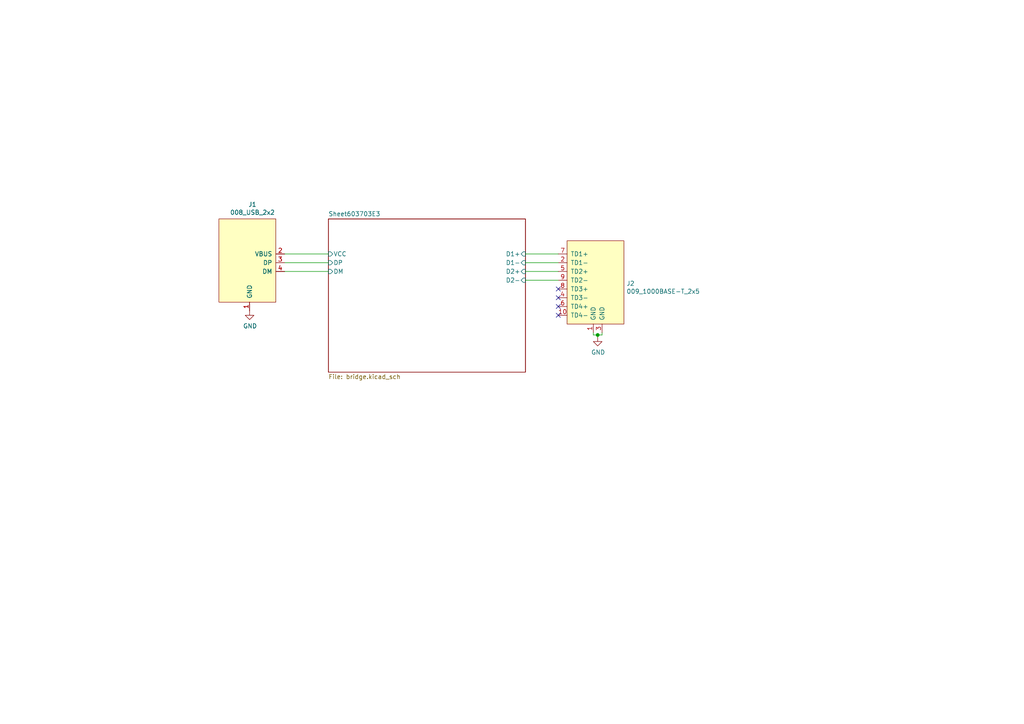
<source format=kicad_sch>
(kicad_sch (version 20211123) (generator eeschema)

  (uuid 1860e030-7a36-4298-b7fc-a16d48ab15ba)

  (paper "A4")

  (lib_symbols
    (symbol "power:GND" (power) (pin_names (offset 0)) (in_bom yes) (on_board yes)
      (property "Reference" "#PWR" (id 0) (at 0 -6.35 0)
        (effects (font (size 1.27 1.27)) hide)
      )
      (property "Value" "GND" (id 1) (at 0 -3.81 0)
        (effects (font (size 1.27 1.27)))
      )
      (property "Footprint" "" (id 2) (at 0 0 0)
        (effects (font (size 1.27 1.27)) hide)
      )
      (property "Datasheet" "" (id 3) (at 0 0 0)
        (effects (font (size 1.27 1.27)) hide)
      )
      (property "ki_keywords" "power-flag" (id 4) (at 0 0 0)
        (effects (font (size 1.27 1.27)) hide)
      )
      (property "ki_description" "Power symbol creates a global label with name \"GND\" , ground" (id 5) (at 0 0 0)
        (effects (font (size 1.27 1.27)) hide)
      )
      (symbol "GND_0_1"
        (polyline
          (pts
            (xy 0 0)
            (xy 0 -1.27)
            (xy 1.27 -1.27)
            (xy 0 -2.54)
            (xy -1.27 -1.27)
            (xy 0 -1.27)
          )
          (stroke (width 0) (type default) (color 0 0 0 0))
          (fill (type none))
        )
      )
      (symbol "GND_1_1"
        (pin power_in line (at 0 0 270) (length 0) hide
          (name "GND" (effects (font (size 1.27 1.27))))
          (number "1" (effects (font (size 1.27 1.27))))
        )
      )
    )
    (symbol "put_on_edge:008_USB_2x2" (pin_names (offset 1.016)) (in_bom yes) (on_board yes)
      (property "Reference" "J" (id 0) (at -2.54 13.97 0)
        (effects (font (size 1.27 1.27)))
      )
      (property "Value" "put_on_edge_008_USB_2x2" (id 1) (at 8.89 13.97 0)
        (effects (font (size 1.27 1.27)))
      )
      (property "Footprint" "" (id 2) (at 7.62 16.51 0)
        (effects (font (size 1.27 1.27)) hide)
      )
      (property "Datasheet" "" (id 3) (at 7.62 16.51 0)
        (effects (font (size 1.27 1.27)) hide)
      )
      (symbol "008_USB_2x2_0_1"
        (rectangle (start -8.89 12.7) (end 7.62 -11.43)
          (stroke (width 0) (type default) (color 0 0 0 0))
          (fill (type background))
        )
      )
      (symbol "008_USB_2x2_1_1"
        (pin power_in line (at -1.27 -13.97 90) (length 2.54)
          (name "GND" (effects (font (size 1.27 1.27))))
          (number "1" (effects (font (size 1.27 1.27))))
        )
        (pin power_in line (at -11.43 2.54 0) (length 2.54)
          (name "VBUS" (effects (font (size 1.27 1.27))))
          (number "2" (effects (font (size 1.27 1.27))))
        )
        (pin bidirectional line (at -11.43 0 0) (length 2.54)
          (name "DP" (effects (font (size 1.27 1.27))))
          (number "3" (effects (font (size 1.27 1.27))))
        )
        (pin bidirectional line (at -11.43 -2.54 0) (length 2.54)
          (name "DM" (effects (font (size 1.27 1.27))))
          (number "4" (effects (font (size 1.27 1.27))))
        )
      )
    )
    (symbol "put_on_edge:009_1000BASE-T_2x5" (pin_names (offset 1.016)) (in_bom yes) (on_board yes)
      (property "Reference" "J" (id 0) (at -2.54 13.97 0)
        (effects (font (size 1.27 1.27)))
      )
      (property "Value" "put_on_edge_009_1000BASE-T_2x5" (id 1) (at 8.89 13.97 0)
        (effects (font (size 1.27 1.27)))
      )
      (property "Footprint" "" (id 2) (at 7.62 16.51 0)
        (effects (font (size 1.27 1.27)) hide)
      )
      (property "Datasheet" "" (id 3) (at 7.62 16.51 0)
        (effects (font (size 1.27 1.27)) hide)
      )
      (symbol "009_1000BASE-T_2x5_0_1"
        (rectangle (start -8.89 12.7) (end 7.62 -11.43)
          (stroke (width 0) (type default) (color 0 0 0 0))
          (fill (type background))
        )
      )
      (symbol "009_1000BASE-T_2x5_1_1"
        (pin power_in line (at -1.27 -13.97 90) (length 2.54)
          (name "GND" (effects (font (size 1.27 1.27))))
          (number "1" (effects (font (size 1.27 1.27))))
        )
        (pin bidirectional line (at -11.43 -8.89 0) (length 2.54)
          (name "TD4-" (effects (font (size 1.27 1.27))))
          (number "10" (effects (font (size 1.27 1.27))))
        )
        (pin bidirectional line (at -11.43 6.35 0) (length 2.54)
          (name "TD1-" (effects (font (size 1.27 1.27))))
          (number "2" (effects (font (size 1.27 1.27))))
        )
        (pin power_in line (at 1.27 -13.97 90) (length 2.54)
          (name "GND" (effects (font (size 1.27 1.27))))
          (number "3" (effects (font (size 1.27 1.27))))
        )
        (pin bidirectional line (at -11.43 -3.81 0) (length 2.54)
          (name "TD3-" (effects (font (size 1.27 1.27))))
          (number "4" (effects (font (size 1.27 1.27))))
        )
        (pin bidirectional line (at -11.43 3.81 0) (length 2.54)
          (name "TD2+" (effects (font (size 1.27 1.27))))
          (number "5" (effects (font (size 1.27 1.27))))
        )
        (pin bidirectional line (at -11.43 -6.35 0) (length 2.54)
          (name "TD4+" (effects (font (size 1.27 1.27))))
          (number "6" (effects (font (size 1.27 1.27))))
        )
        (pin bidirectional line (at -11.43 8.89 0) (length 2.54)
          (name "TD1+" (effects (font (size 1.27 1.27))))
          (number "7" (effects (font (size 1.27 1.27))))
        )
        (pin bidirectional line (at -11.43 -1.27 0) (length 2.54)
          (name "TD3+" (effects (font (size 1.27 1.27))))
          (number "8" (effects (font (size 1.27 1.27))))
        )
        (pin bidirectional line (at -11.43 1.27 0) (length 2.54)
          (name "TD2-" (effects (font (size 1.27 1.27))))
          (number "9" (effects (font (size 1.27 1.27))))
        )
      )
    )
  )

  (junction (at 173.355 97.155) (diameter 0) (color 0 0 0 0)
    (uuid 2e642b3e-a476-4c54-9a52-dcea955640cd)
  )

  (no_connect (at 161.925 83.82) (uuid 47baf4b1-0938-497d-88f9-671136aa8be7))
  (no_connect (at 161.925 91.44) (uuid 55e740a3-0735-4744-896e-2bf5437093b9))
  (no_connect (at 161.925 86.36) (uuid c022004a-c968-410e-b59e-fbab0e561e9d))
  (no_connect (at 161.925 88.9) (uuid f4f99e3d-7269-4f6a-a759-16ad2a258779))

  (wire (pts (xy 82.55 78.74) (xy 95.25 78.74))
    (stroke (width 0) (type default) (color 0 0 0 0))
    (uuid 10109f84-4940-47f8-8640-91f185ac9bc1)
  )
  (wire (pts (xy 172.085 96.52) (xy 172.085 97.155))
    (stroke (width 0) (type default) (color 0 0 0 0))
    (uuid 1e1b062d-fad0-427c-a622-c5b8a80b5268)
  )
  (wire (pts (xy 174.625 97.155) (xy 174.625 96.52))
    (stroke (width 0) (type default) (color 0 0 0 0))
    (uuid 30f15357-ce1d-48b9-93dc-7d9b1b2aa048)
  )
  (wire (pts (xy 173.355 97.155) (xy 174.625 97.155))
    (stroke (width 0) (type default) (color 0 0 0 0))
    (uuid 5038e144-5119-49db-b6cf-f7c345f1cf03)
  )
  (wire (pts (xy 152.4 73.66) (xy 161.925 73.66))
    (stroke (width 0) (type default) (color 0 0 0 0))
    (uuid 54365317-1355-4216-bb75-829375abc4ec)
  )
  (wire (pts (xy 82.55 76.2) (xy 95.25 76.2))
    (stroke (width 0) (type default) (color 0 0 0 0))
    (uuid 71c31975-2c45-4d18-a25a-18e07a55d11e)
  )
  (wire (pts (xy 173.355 97.79) (xy 173.355 97.155))
    (stroke (width 0) (type default) (color 0 0 0 0))
    (uuid 87371631-aa02-498a-998a-09bdb74784c1)
  )
  (wire (pts (xy 161.925 76.2) (xy 152.4 76.2))
    (stroke (width 0) (type default) (color 0 0 0 0))
    (uuid a3e4f0ae-9f86-49e9-b386-ed8b42e012fb)
  )
  (wire (pts (xy 152.4 78.74) (xy 161.925 78.74))
    (stroke (width 0) (type default) (color 0 0 0 0))
    (uuid a690fc6c-55d9-47e6-b533-faa4b67e20f3)
  )
  (wire (pts (xy 95.25 73.66) (xy 82.55 73.66))
    (stroke (width 0) (type default) (color 0 0 0 0))
    (uuid ac264c30-3e9a-4be2-b97a-9949b68bd497)
  )
  (wire (pts (xy 161.925 81.28) (xy 152.4 81.28))
    (stroke (width 0) (type default) (color 0 0 0 0))
    (uuid c144caa5-b0d4-4cef-840a-d4ad178a2102)
  )
  (wire (pts (xy 172.085 97.155) (xy 173.355 97.155))
    (stroke (width 0) (type default) (color 0 0 0 0))
    (uuid d8603679-3e7b-4337-8dbc-1827f5f54d8a)
  )

  (symbol (lib_id "put_on_edge:008_USB_2x2") (at 71.12 76.2 0) (mirror y) (unit 1)
    (in_bom yes) (on_board yes)
    (uuid 00000000-0000-0000-0000-00006036e1af)
    (property "Reference" "J1" (id 0) (at 73.2282 59.309 0))
    (property "Value" "008_USB_2x2" (id 1) (at 73.2282 61.6204 0))
    (property "Footprint" "on_edge:on_edge_2x02_device" (id 2) (at 63.5 59.69 0)
      (effects (font (size 1.27 1.27)) hide)
    )
    (property "Datasheet" "" (id 3) (at 63.5 59.69 0)
      (effects (font (size 1.27 1.27)) hide)
    )
    (pin "1" (uuid d17c02e1-8f03-44cd-a18c-77e78719dce4))
    (pin "2" (uuid ce790dc9-00a8-48a3-bed6-404f4d250d44))
    (pin "3" (uuid ed9c3204-f848-4eeb-98bb-4c2a58dc4d9a))
    (pin "4" (uuid 322c9841-d38e-4f50-91be-727932a70645))
  )

  (symbol (lib_id "put_on_edge:009_1000BASE-T_2x5") (at 173.355 82.55 0) (unit 1)
    (in_bom yes) (on_board yes)
    (uuid 00000000-0000-0000-0000-00006036f103)
    (property "Reference" "J2" (id 0) (at 181.6862 82.2198 0)
      (effects (font (size 1.27 1.27)) (justify left))
    )
    (property "Value" "009_1000BASE-T_2x5" (id 1) (at 181.6862 84.5312 0)
      (effects (font (size 1.27 1.27)) (justify left))
    )
    (property "Footprint" "on_edge:on_edge_2x05_host" (id 2) (at 180.975 66.04 0)
      (effects (font (size 1.27 1.27)) hide)
    )
    (property "Datasheet" "" (id 3) (at 180.975 66.04 0)
      (effects (font (size 1.27 1.27)) hide)
    )
    (pin "1" (uuid 9af5d300-b81a-4c49-8a5e-040ba37e008c))
    (pin "10" (uuid 255ba395-8563-45db-abd7-1fe1a8acca9f))
    (pin "2" (uuid d391c834-6538-4f0d-b497-24f783c86c57))
    (pin "3" (uuid b459df84-9128-4384-901e-fea7f60b4c50))
    (pin "4" (uuid 84b49332-c009-4222-9715-891767babdf6))
    (pin "5" (uuid 80f04873-7bc4-4f8d-a001-9b4c1bacaa99))
    (pin "6" (uuid 7297708a-3ddb-437c-a022-029fc420f242))
    (pin "7" (uuid 80f8544b-efce-4726-8493-8054af38c28d))
    (pin "8" (uuid a43c0300-1cf5-4793-a686-2c168de41d61))
    (pin "9" (uuid 89628ef4-e6ac-4807-85d4-c52f8cf9e136))
  )

  (symbol (lib_id "power:GND") (at 72.39 90.17 0) (unit 1)
    (in_bom yes) (on_board yes)
    (uuid 00000000-0000-0000-0000-000060371938)
    (property "Reference" "#PWR0101" (id 0) (at 72.39 96.52 0)
      (effects (font (size 1.27 1.27)) hide)
    )
    (property "Value" "GND" (id 1) (at 72.517 94.5642 0))
    (property "Footprint" "" (id 2) (at 72.39 90.17 0)
      (effects (font (size 1.27 1.27)) hide)
    )
    (property "Datasheet" "" (id 3) (at 72.39 90.17 0)
      (effects (font (size 1.27 1.27)) hide)
    )
    (pin "1" (uuid f6065893-2bef-43f4-ab93-591164560700))
  )

  (symbol (lib_id "power:GND") (at 173.355 97.79 0) (unit 1)
    (in_bom yes) (on_board yes)
    (uuid 00000000-0000-0000-0000-000060371c42)
    (property "Reference" "#PWR0102" (id 0) (at 173.355 104.14 0)
      (effects (font (size 1.27 1.27)) hide)
    )
    (property "Value" "GND" (id 1) (at 173.482 102.1842 0))
    (property "Footprint" "" (id 2) (at 173.355 97.79 0)
      (effects (font (size 1.27 1.27)) hide)
    )
    (property "Datasheet" "" (id 3) (at 173.355 97.79 0)
      (effects (font (size 1.27 1.27)) hide)
    )
    (pin "1" (uuid a495c44c-0621-4b81-8568-15d3eeb6bd10))
  )

  (sheet (at 95.25 63.5) (size 57.15 44.45) (fields_autoplaced)
    (stroke (width 0) (type solid) (color 0 0 0 0))
    (fill (color 0 0 0 0.0000))
    (uuid 00000000-0000-0000-0000-0000603703e4)
    (property "Sheet name" "Sheet603703E3" (id 0) (at 95.25 62.7884 0)
      (effects (font (size 1.27 1.27)) (justify left bottom))
    )
    (property "Sheet file" "bridge.kicad_sch" (id 1) (at 95.25 108.5346 0)
      (effects (font (size 1.27 1.27)) (justify left top))
    )
    (pin "DP" input (at 95.25 76.2 180)
      (effects (font (size 1.27 1.27)) (justify left))
      (uuid 3f5fe6b7-98fc-4d3e-9567-f9f7202d1455)
    )
    (pin "DM" input (at 95.25 78.74 180)
      (effects (font (size 1.27 1.27)) (justify left))
      (uuid bb7f0588-d4d8-44bf-9ebf-3c533fe4d6ae)
    )
    (pin "VCC" input (at 95.25 73.66 180)
      (effects (font (size 1.27 1.27)) (justify left))
      (uuid f1830a1b-f0cc-47ae-a2c9-679c82032f14)
    )
    (pin "D1+" input (at 152.4 73.66 0)
      (effects (font (size 1.27 1.27)) (justify right))
      (uuid 6a955fc7-39d9-4c75-9a69-676ca8c0b9b2)
    )
    (pin "D1-" input (at 152.4 76.2 0)
      (effects (font (size 1.27 1.27)) (justify right))
      (uuid e8314017-7be6-4011-9179-37449a29b311)
    )
    (pin "D2+" input (at 152.4 78.74 0)
      (effects (font (size 1.27 1.27)) (justify right))
      (uuid e10b5627-3247-4c86-b9f6-ef474ca11543)
    )
    (pin "D2-" input (at 152.4 81.28 0)
      (effects (font (size 1.27 1.27)) (justify right))
      (uuid 746ba970-8279-4e7b-aed3-f28687777c21)
    )
  )

  (sheet_instances
    (path "/" (page "1"))
    (path "/00000000-0000-0000-0000-0000603703e4" (page "2"))
  )

  (symbol_instances
    (path "/00000000-0000-0000-0000-000060371938"
      (reference "#PWR0101") (unit 1) (value "GND") (footprint "")
    )
    (path "/00000000-0000-0000-0000-000060371c42"
      (reference "#PWR0102") (unit 1) (value "GND") (footprint "")
    )
    (path "/00000000-0000-0000-0000-0000603703e4/00000000-0000-0000-0000-00006044cee5"
      (reference "#PWR0103") (unit 1) (value "GND") (footprint "")
    )
    (path "/00000000-0000-0000-0000-0000603703e4/00000000-0000-0000-0000-00006044d547"
      (reference "#PWR0104") (unit 1) (value "GND") (footprint "")
    )
    (path "/00000000-0000-0000-0000-0000603703e4/00000000-0000-0000-0000-00005f44ced9"
      (reference "#PWR0105") (unit 1) (value "GND") (footprint "")
    )
    (path "/00000000-0000-0000-0000-0000603703e4/00000000-0000-0000-0000-0000604612bf"
      (reference "#PWR0106") (unit 1) (value "GND") (footprint "")
    )
    (path "/00000000-0000-0000-0000-0000603703e4/00000000-0000-0000-0000-00005f44cee0"
      (reference "#PWR0107") (unit 1) (value "GND") (footprint "")
    )
    (path "/00000000-0000-0000-0000-0000603703e4/00000000-0000-0000-0000-00005f44cef4"
      (reference "#PWR0108") (unit 1) (value "+3.3V") (footprint "")
    )
    (path "/00000000-0000-0000-0000-0000603703e4/00000000-0000-0000-0000-000060465d6a"
      (reference "#PWR0109") (unit 1) (value "GND") (footprint "")
    )
    (path "/00000000-0000-0000-0000-0000603703e4/00000000-0000-0000-0000-00005f44cf0e"
      (reference "#PWR0114") (unit 1) (value "+3.3V") (footprint "")
    )
    (path "/00000000-0000-0000-0000-0000603703e4/00000000-0000-0000-0000-00005f44cf1c"
      (reference "#PWR0115") (unit 1) (value "+3.3V") (footprint "")
    )
    (path "/00000000-0000-0000-0000-0000603703e4/00000000-0000-0000-0000-00005f44cf49"
      (reference "#PWR0116") (unit 1) (value "GND") (footprint "")
    )
    (path "/00000000-0000-0000-0000-0000603703e4/00000000-0000-0000-0000-00005f44cf82"
      (reference "#PWR0118") (unit 1) (value "GND") (footprint "")
    )
    (path "/00000000-0000-0000-0000-0000603703e4/00000000-0000-0000-0000-00005f44cfb4"
      (reference "#PWR0119") (unit 1) (value "GND") (footprint "")
    )
    (path "/00000000-0000-0000-0000-0000603703e4/00000000-0000-0000-0000-00005f44cfe2"
      (reference "#PWR0120") (unit 1) (value "GND") (footprint "")
    )
    (path "/00000000-0000-0000-0000-0000603703e4/00000000-0000-0000-0000-00005f44cfe8"
      (reference "#PWR0121") (unit 1) (value "GND") (footprint "")
    )
    (path "/00000000-0000-0000-0000-0000603703e4/00000000-0000-0000-0000-00005f44cff5"
      (reference "#PWR0122") (unit 1) (value "+3.3V") (footprint "")
    )
    (path "/00000000-0000-0000-0000-0000603703e4/00000000-0000-0000-0000-00005f44d00a"
      (reference "#PWR0123") (unit 1) (value "GND") (footprint "")
    )
    (path "/00000000-0000-0000-0000-0000603703e4/00000000-0000-0000-0000-00005f44d01e"
      (reference "#PWR0124") (unit 1) (value "+3.3V") (footprint "")
    )
    (path "/00000000-0000-0000-0000-0000603703e4/00000000-0000-0000-0000-00005f44cf92"
      (reference "C1") (unit 1) (value "1uF") (footprint "Capacitor_SMD:C_0603_1608Metric")
    )
    (path "/00000000-0000-0000-0000-0000603703e4/00000000-0000-0000-0000-00005f44cf98"
      (reference "C2") (unit 1) (value "100nF") (footprint "Capacitor_SMD:C_0603_1608Metric")
    )
    (path "/00000000-0000-0000-0000-0000603703e4/00000000-0000-0000-0000-000060465d63"
      (reference "C3") (unit 1) (value "10pF") (footprint "Capacitor_SMD:C_0603_1608Metric")
    )
    (path "/00000000-0000-0000-0000-0000603703e4/00000000-0000-0000-0000-000060459f59"
      (reference "C4") (unit 1) (value "10pF") (footprint "Capacitor_SMD:C_0603_1608Metric")
    )
    (path "/00000000-0000-0000-0000-0000603703e4/00000000-0000-0000-0000-00005f44cf9e"
      (reference "C5") (unit 1) (value "4.7nF") (footprint "Capacitor_SMD:C_0603_1608Metric")
    )
    (path "/00000000-0000-0000-0000-0000603703e4/00000000-0000-0000-0000-00005f44cfd2"
      (reference "C7") (unit 1) (value "4.7nF") (footprint "Capacitor_SMD:C_0603_1608Metric")
    )
    (path "/00000000-0000-0000-0000-0000603703e4/00000000-0000-0000-0000-00005f44cfd8"
      (reference "C8") (unit 1) (value "4.7nF") (footprint "Capacitor_SMD:C_0603_1608Metric")
    )
    (path "/00000000-0000-0000-0000-0000603703e4/00000000-0000-0000-0000-00005f44cfa4"
      (reference "C9") (unit 1) (value "1.5nF") (footprint "Capacitor_SMD:C_0603_1608Metric")
    )
    (path "/00000000-0000-0000-0000-0000603703e4/00000000-0000-0000-0000-00005f44cf51"
      (reference "C10") (unit 1) (value "100nF") (footprint "Capacitor_SMD:C_0603_1608Metric")
    )
    (path "/00000000-0000-0000-0000-0000603703e4/00000000-0000-0000-0000-00005f44cf57"
      (reference "C11") (unit 1) (value "100nF") (footprint "Capacitor_SMD:C_0603_1608Metric")
    )
    (path "/00000000-0000-0000-0000-0000603703e4/00000000-0000-0000-0000-00005f44cf23"
      (reference "C12") (unit 1) (value "100nF") (footprint "Capacitor_SMD:C_0603_1608Metric")
    )
    (path "/00000000-0000-0000-0000-0000603703e4/00000000-0000-0000-0000-00005f44cf5d"
      (reference "C13") (unit 1) (value "100nF") (footprint "Capacitor_SMD:C_0603_1608Metric")
    )
    (path "/00000000-0000-0000-0000-0000603703e4/00000000-0000-0000-0000-00005f44cf29"
      (reference "C14") (unit 1) (value "100nF") (footprint "Capacitor_SMD:C_0603_1608Metric")
    )
    (path "/00000000-0000-0000-0000-0000603703e4/00000000-0000-0000-0000-00005f44cf63"
      (reference "C15") (unit 1) (value "4.7nF") (footprint "Capacitor_SMD:C_0603_1608Metric")
    )
    (path "/00000000-0000-0000-0000-0000603703e4/00000000-0000-0000-0000-00005f44cf2f"
      (reference "C16") (unit 1) (value "4.7nF") (footprint "Capacitor_SMD:C_0603_1608Metric")
    )
    (path "/00000000-0000-0000-0000-0000603703e4/00000000-0000-0000-0000-00005f44cf69"
      (reference "C17") (unit 1) (value "4.7nF") (footprint "Capacitor_SMD:C_0603_1608Metric")
    )
    (path "/00000000-0000-0000-0000-0000603703e4/00000000-0000-0000-0000-00005f44cf35"
      (reference "C18") (unit 1) (value "1.5nF") (footprint "Capacitor_SMD:C_0603_1608Metric")
    )
    (path "/00000000-0000-0000-0000-0000603703e4/00000000-0000-0000-0000-00005f44cf6f"
      (reference "C19") (unit 1) (value "1.5nF") (footprint "Capacitor_SMD:C_0603_1608Metric")
    )
    (path "/00000000-0000-0000-0000-0000603703e4/00000000-0000-0000-0000-00005f44cfbe"
      (reference "FB2") (unit 1) (value "220R") (footprint "Inductor_SMD:L_0805_2012Metric")
    )
    (path "/00000000-0000-0000-0000-0000603703e4/00000000-0000-0000-0000-00005f44cfc4"
      (reference "FB3") (unit 1) (value "220R") (footprint "Inductor_SMD:L_0805_2012Metric")
    )
    (path "/00000000-0000-0000-0000-0000603703e4/00000000-0000-0000-0000-00005f44cf16"
      (reference "FB4") (unit 1) (value "220R") (footprint "Inductor_SMD:L_0805_2012Metric")
    )
    (path "/00000000-0000-0000-0000-00006036e1af"
      (reference "J1") (unit 1) (value "008_USB_2x2") (footprint "on_edge:on_edge_2x02_device")
    )
    (path "/00000000-0000-0000-0000-00006036f103"
      (reference "J2") (unit 1) (value "009_1000BASE-T_2x5") (footprint "on_edge:on_edge_2x05_host")
    )
    (path "/00000000-0000-0000-0000-0000603703e4/00000000-0000-0000-0000-00005f44d017"
      (reference "R1") (unit 1) (value "0R") (footprint "Resistor_SMD:R_0603_1608Metric")
    )
    (path "/00000000-0000-0000-0000-0000603703e4/00000000-0000-0000-0000-00005f44cffe"
      (reference "R2") (unit 1) (value "12k") (footprint "Resistor_SMD:R_0603_1608Metric")
    )
    (path "/00000000-0000-0000-0000-0000603703e4/00000000-0000-0000-0000-00005f44d004"
      (reference "R3") (unit 1) (value "12k") (footprint "Resistor_SMD:R_0603_1608Metric")
    )
    (path "/00000000-0000-0000-0000-0000603703e4/00000000-0000-0000-0000-00005f44cefa"
      (reference "U1") (unit 1) (value "LAN9500(A)") (footprint "Package_DFN_QFN:QFN-56-1EP_8x8mm_P0.5mm_EP4.5x5.2mm")
    )
    (path "/00000000-0000-0000-0000-0000603703e4/00000000-0000-0000-0000-00006044206e"
      (reference "Y1") (unit 1) (value "25MhZ") (footprint "Crystal:Crystal_SMD_Abracon_ABM8G-4Pin_3.2x2.5mm")
    )
  )
)

</source>
